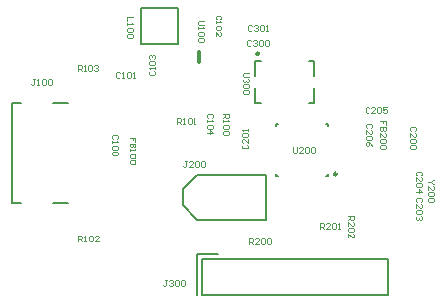
<source format=gbr>
%TF.GenerationSoftware,Altium Limited,Altium Designer,23.10.1 (27)*%
G04 Layer_Color=65535*
%FSLAX45Y45*%
%MOMM*%
%TF.SameCoordinates,EB818210-93EB-4193-A47C-AA10A5AE6B3E*%
%TF.FilePolarity,Positive*%
%TF.FileFunction,Legend,Top*%
%TF.Part,Single*%
G01*
G75*
%TA.AperFunction,NonConductor*%
%ADD38C,0.25400*%
%ADD39C,0.25000*%
%ADD40C,0.20000*%
%ADD41C,0.30000*%
%ADD42C,0.17500*%
%ADD43C,0.10000*%
D38*
X43747Y839664D02*
G03*
X43747Y839664I-11412J0D01*
G01*
D39*
X702501Y-180000D02*
G03*
X702501Y-180000I-12500J0D01*
G01*
D40*
X-482000Y-1200000D02*
Y-852807D01*
X-302000D01*
X-438278Y-1200000D02*
X1138000D01*
X-438278D02*
Y-900000D01*
X1138000D01*
Y-1200000D02*
Y-900000D01*
X-1700000Y425000D02*
X-1575000D01*
X-1700000Y-425000D02*
X-1575000D01*
X-2050000Y425000D02*
X-1975000D01*
X-2050000Y-425000D02*
Y425000D01*
Y-425000D02*
X-1975000D01*
X-953583Y917861D02*
X-643583D01*
Y1227861D01*
X-953583D02*
X-643583D01*
X-953583Y917861D02*
Y1227861D01*
X12336Y419664D02*
Y549664D01*
Y419664D02*
X62335D01*
X512336D02*
Y549664D01*
X462336Y419664D02*
X512336D01*
Y649664D02*
Y779664D01*
X462336D02*
X512336D01*
X12336Y649664D02*
Y779664D01*
X62335D01*
X625000Y-195000D02*
Y-179700D01*
X609700Y-195000D02*
X625000D01*
X185000D02*
X200300D01*
X185000D02*
Y-179700D01*
Y229700D02*
Y245000D01*
X200300D01*
X625000Y229700D02*
Y245000D01*
X609700D02*
X625000D01*
D41*
X-463385Y769951D02*
Y856592D01*
D42*
X-480000Y-565000D02*
X100000D01*
X-600000Y-445000D02*
X-480000Y-565000D01*
X-600000Y-445000D02*
Y-305000D01*
X-480000Y-185000D01*
X100000D01*
Y-565000D02*
Y-185000D01*
D43*
X-653132Y247417D02*
Y297401D01*
X-628140D01*
X-619810Y289071D01*
Y272409D01*
X-628140Y264078D01*
X-653132D01*
X-636471D02*
X-619810Y247417D01*
X-603148D02*
X-586487D01*
X-594818D01*
Y297401D01*
X-603148Y289071D01*
X-561495D02*
X-553165Y297401D01*
X-536503D01*
X-528173Y289071D01*
Y255748D01*
X-536503Y247417D01*
X-553165D01*
X-561495Y255748D01*
Y289071D01*
X-511512Y247417D02*
X-494850D01*
X-503181D01*
Y297401D01*
X-511512Y289071D01*
X-259220Y327807D02*
X-209237D01*
Y302815D01*
X-217567Y294485D01*
X-234228D01*
X-242559Y302815D01*
Y327807D01*
Y311146D02*
X-259220Y294485D01*
Y277824D02*
Y261163D01*
Y269493D01*
X-209237D01*
X-217567Y277824D01*
Y236170D02*
X-209237Y227840D01*
Y211179D01*
X-217567Y202848D01*
X-250890D01*
X-259220Y211179D01*
Y227840D01*
X-250890Y236170D01*
X-217567D01*
Y186187D02*
X-209237Y177856D01*
Y161195D01*
X-217567Y152864D01*
X-250890D01*
X-259220Y161195D01*
Y177856D01*
X-250890Y186187D01*
X-217567D01*
X1524992Y-233364D02*
X1516661D01*
X1500000Y-250025D01*
X1516661Y-266686D01*
X1524992D01*
X1500000Y-250025D02*
X1475008D01*
Y-316670D02*
Y-283347D01*
X1508331Y-316670D01*
X1516661D01*
X1524992Y-308339D01*
Y-291678D01*
X1516661Y-283347D01*
Y-333331D02*
X1524992Y-341661D01*
Y-358323D01*
X1516661Y-366653D01*
X1483339D01*
X1475008Y-358323D01*
Y-341661D01*
X1483339Y-333331D01*
X1516661D01*
Y-383314D02*
X1524992Y-391645D01*
Y-408306D01*
X1516661Y-416637D01*
X1483339D01*
X1475008Y-408306D01*
Y-391645D01*
X1483339Y-383314D01*
X1516661D01*
X-45361Y679137D02*
X-87014D01*
X-95345Y670806D01*
Y654145D01*
X-87014Y645814D01*
X-45361D01*
X-53692Y629153D02*
X-45361Y620822D01*
Y604161D01*
X-53692Y595831D01*
X-62022D01*
X-70353Y604161D01*
Y612492D01*
Y604161D01*
X-78684Y595831D01*
X-87014D01*
X-95345Y604161D01*
Y620822D01*
X-87014Y629153D01*
X-53692Y579170D02*
X-45361Y570839D01*
Y554178D01*
X-53692Y545847D01*
X-87014D01*
X-95345Y554178D01*
Y570839D01*
X-87014Y579170D01*
X-53692D01*
Y529186D02*
X-45361Y520855D01*
Y504194D01*
X-53692Y495863D01*
X-87014D01*
X-95345Y504194D01*
Y520855D01*
X-87014Y529186D01*
X-53692D01*
X333363Y49992D02*
Y8339D01*
X341694Y8D01*
X358355D01*
X366686Y8339D01*
Y49992D01*
X416669Y8D02*
X383347D01*
X416669Y33331D01*
Y41661D01*
X408339Y49992D01*
X391678D01*
X383347Y41661D01*
X433331D02*
X441661Y49992D01*
X458322D01*
X466653Y41661D01*
Y8339D01*
X458322Y8D01*
X441661D01*
X433331Y8339D01*
Y41661D01*
X483314D02*
X491645Y49992D01*
X508306D01*
X516637Y41661D01*
Y8339D01*
X508306Y8D01*
X491645D01*
X483314Y8339D01*
Y41661D01*
X-423671Y1113723D02*
X-465324D01*
X-473655Y1105392D01*
Y1088731D01*
X-465324Y1080400D01*
X-423671D01*
X-473655Y1063739D02*
Y1047078D01*
Y1055409D01*
X-423671D01*
X-432002Y1063739D01*
Y1022086D02*
X-423671Y1013755D01*
Y997094D01*
X-432002Y988764D01*
X-465324D01*
X-473655Y997094D01*
Y1013755D01*
X-465324Y1022086D01*
X-432002D01*
Y972102D02*
X-423671Y963772D01*
Y947111D01*
X-432002Y938780D01*
X-465324D01*
X-473655Y947111D01*
Y963772D01*
X-465324Y972102D01*
X-432002D01*
X800008Y-533364D02*
X849992D01*
Y-558355D01*
X841662Y-566686D01*
X825000D01*
X816669Y-558355D01*
Y-533364D01*
Y-550025D02*
X800008Y-566686D01*
Y-616670D02*
Y-583347D01*
X833331Y-616670D01*
X841662D01*
X849992Y-608339D01*
Y-591678D01*
X841662Y-583347D01*
Y-633331D02*
X849992Y-641662D01*
Y-658323D01*
X841662Y-666653D01*
X808339D01*
X800008Y-658323D01*
Y-641662D01*
X808339Y-633331D01*
X841662D01*
X800008Y-716637D02*
Y-683315D01*
X833331Y-716637D01*
X841662D01*
X849992Y-708306D01*
Y-691645D01*
X841662Y-683315D01*
X560052Y-643350D02*
Y-593366D01*
X585044D01*
X593375Y-601697D01*
Y-618358D01*
X585044Y-626689D01*
X560052D01*
X576713D02*
X593375Y-643350D01*
X643358D02*
X610036D01*
X643358Y-610027D01*
Y-601697D01*
X635028Y-593366D01*
X618367D01*
X610036Y-601697D01*
X660020D02*
X668350Y-593366D01*
X685011D01*
X693342Y-601697D01*
Y-635019D01*
X685011Y-643350D01*
X668350D01*
X660020Y-635019D01*
Y-601697D01*
X710003Y-643350D02*
X726664D01*
X718334D01*
Y-593366D01*
X710003Y-601697D01*
X-41637Y-774992D02*
Y-725008D01*
X-16645D01*
X-8314Y-733339D01*
Y-750000D01*
X-16645Y-758331D01*
X-41637D01*
X-24976D02*
X-8314Y-774992D01*
X41669D02*
X8347D01*
X41669Y-741669D01*
Y-733339D01*
X33339Y-725008D01*
X16678D01*
X8347Y-733339D01*
X58331D02*
X66661Y-725008D01*
X83322D01*
X91653Y-733339D01*
Y-766661D01*
X83322Y-774992D01*
X66661D01*
X58331Y-766661D01*
Y-733339D01*
X108314D02*
X116645Y-725008D01*
X133306D01*
X141637Y-733339D01*
Y-766661D01*
X133306Y-774992D01*
X116645D01*
X108314Y-766661D01*
Y-733339D01*
X-1492372Y689981D02*
Y739964D01*
X-1467381D01*
X-1459050Y731634D01*
Y714972D01*
X-1467381Y706642D01*
X-1492372D01*
X-1475711D02*
X-1459050Y689981D01*
X-1442389D02*
X-1425728D01*
X-1434058D01*
Y739964D01*
X-1442389Y731634D01*
X-1400736D02*
X-1392405Y739964D01*
X-1375744D01*
X-1367413Y731634D01*
Y698311D01*
X-1375744Y689981D01*
X-1392405D01*
X-1400736Y698311D01*
Y731634D01*
X-1350752D02*
X-1342421Y739964D01*
X-1325760D01*
X-1317429Y731634D01*
Y723303D01*
X-1325760Y714972D01*
X-1334091D01*
X-1325760D01*
X-1317429Y706642D01*
Y698311D01*
X-1325760Y689981D01*
X-1342421D01*
X-1350752Y698311D01*
X-1487471Y-749992D02*
Y-700008D01*
X-1462480D01*
X-1454149Y-708339D01*
Y-725000D01*
X-1462480Y-733331D01*
X-1487471D01*
X-1470810D02*
X-1454149Y-749992D01*
X-1437488D02*
X-1420827D01*
X-1429157D01*
Y-700008D01*
X-1437488Y-708339D01*
X-1395835D02*
X-1387504Y-700008D01*
X-1370843D01*
X-1362512Y-708339D01*
Y-741661D01*
X-1370843Y-749992D01*
X-1387504D01*
X-1395835Y-741661D01*
Y-708339D01*
X-1312528Y-749992D02*
X-1345851D01*
X-1312528Y-716669D01*
Y-708339D01*
X-1320859Y-700008D01*
X-1337520D01*
X-1345851Y-708339D01*
X-1022857Y1146231D02*
X-1072841D01*
Y1112909D01*
Y1096247D02*
Y1079586D01*
Y1087917D01*
X-1022857D01*
X-1031188Y1096247D01*
Y1054594D02*
X-1022857Y1046264D01*
Y1029602D01*
X-1031188Y1021272D01*
X-1064510D01*
X-1072841Y1029602D01*
Y1046264D01*
X-1064510Y1054594D01*
X-1031188D01*
Y1004611D02*
X-1022857Y996280D01*
Y979619D01*
X-1031188Y971288D01*
X-1064510D01*
X-1072841Y979619D01*
Y996280D01*
X-1064510Y1004611D01*
X-1031188D01*
X-733314Y-1075008D02*
X-749975D01*
X-741645D01*
Y-1116661D01*
X-749975Y-1124992D01*
X-758306D01*
X-766637Y-1116661D01*
X-716653Y-1083338D02*
X-708322Y-1075008D01*
X-691661D01*
X-683330Y-1083338D01*
Y-1091669D01*
X-691661Y-1100000D01*
X-699992D01*
X-691661D01*
X-683330Y-1108331D01*
Y-1116661D01*
X-691661Y-1124992D01*
X-708322D01*
X-716653Y-1116661D01*
X-666669Y-1083338D02*
X-658339Y-1075008D01*
X-641677D01*
X-633347Y-1083338D01*
Y-1116661D01*
X-641677Y-1124992D01*
X-658339D01*
X-666669Y-1116661D01*
Y-1083338D01*
X-616686D02*
X-608355Y-1075008D01*
X-591694D01*
X-583363Y-1083338D01*
Y-1116661D01*
X-591694Y-1124992D01*
X-608355D01*
X-616686Y-1116661D01*
Y-1083338D01*
X-565378Y-66496D02*
X-582039D01*
X-573708D01*
Y-108149D01*
X-582039Y-116480D01*
X-590369D01*
X-598700Y-108149D01*
X-515394Y-116480D02*
X-548716D01*
X-515394Y-83158D01*
Y-74827D01*
X-523725Y-66496D01*
X-540386D01*
X-548716Y-74827D01*
X-498733D02*
X-490402Y-66496D01*
X-473741D01*
X-465410Y-74827D01*
Y-108149D01*
X-473741Y-116480D01*
X-490402D01*
X-498733Y-108149D01*
Y-74827D01*
X-448749D02*
X-440418Y-66496D01*
X-423757D01*
X-415427Y-74827D01*
Y-108149D01*
X-423757Y-116480D01*
X-440418D01*
X-448749Y-108149D01*
Y-74827D01*
X-1854149Y624992D02*
X-1870810D01*
X-1862480D01*
Y583339D01*
X-1870810Y575008D01*
X-1879141D01*
X-1887471Y583339D01*
X-1837488Y575008D02*
X-1820827D01*
X-1829157D01*
Y624992D01*
X-1837488Y616661D01*
X-1795835D02*
X-1787504Y624992D01*
X-1770843D01*
X-1762512Y616661D01*
Y583339D01*
X-1770843Y575008D01*
X-1787504D01*
X-1795835Y583339D01*
Y616661D01*
X-1745851D02*
X-1737520Y624992D01*
X-1720859D01*
X-1712528Y616661D01*
Y583339D01*
X-1720859Y575008D01*
X-1737520D01*
X-1745851Y583339D01*
Y616661D01*
X1116177Y233726D02*
Y267048D01*
X1091185D01*
Y250387D01*
Y267048D01*
X1066193D01*
X1116177Y217065D02*
X1066193D01*
Y192073D01*
X1074524Y183742D01*
X1082854D01*
X1091185Y192073D01*
Y217065D01*
Y192073D01*
X1099516Y183742D01*
X1107846D01*
X1116177Y192073D01*
Y217065D01*
X1066193Y133759D02*
Y167081D01*
X1099516Y133759D01*
X1107846D01*
X1116177Y142089D01*
Y158751D01*
X1107846Y167081D01*
Y117098D02*
X1116177Y108767D01*
Y92106D01*
X1107846Y83775D01*
X1074524D01*
X1066193Y92106D01*
Y108767D01*
X1074524Y117098D01*
X1107846D01*
Y67114D02*
X1116177Y58783D01*
Y42122D01*
X1107846Y33791D01*
X1074524D01*
X1066193Y42122D01*
Y58783D01*
X1074524Y67114D01*
X1107846D01*
X-1002651Y95455D02*
Y128777D01*
X-1027643D01*
Y112116D01*
Y128777D01*
X-1052635D01*
X-1002651Y78794D02*
X-1052635D01*
Y53802D01*
X-1044304Y45471D01*
X-1035974D01*
X-1027643Y53802D01*
Y78794D01*
Y53802D01*
X-1019312Y45471D01*
X-1010981D01*
X-1002651Y53802D01*
Y78794D01*
X-1052635Y28810D02*
Y12149D01*
Y20479D01*
X-1002651D01*
X-1010981Y28810D01*
Y-12843D02*
X-1002651Y-21174D01*
Y-37835D01*
X-1010981Y-46166D01*
X-1044304D01*
X-1052635Y-37835D01*
Y-21174D01*
X-1044304Y-12843D01*
X-1010981D01*
Y-62827D02*
X-1002651Y-71158D01*
Y-87819D01*
X-1010981Y-96149D01*
X-1044304D01*
X-1052635Y-87819D01*
Y-71158D01*
X-1044304Y-62827D01*
X-1010981D01*
X-16617Y1071462D02*
X-24948Y1079792D01*
X-41609D01*
X-49940Y1071462D01*
Y1038139D01*
X-41609Y1029809D01*
X-24948D01*
X-16617Y1038139D01*
X44Y1071462D02*
X8374Y1079792D01*
X25036D01*
X33366Y1071462D01*
Y1063131D01*
X25036Y1054801D01*
X16705D01*
X25036D01*
X33366Y1046470D01*
Y1038139D01*
X25036Y1029809D01*
X8374D01*
X44Y1038139D01*
X50027Y1071462D02*
X58358Y1079792D01*
X75019D01*
X83350Y1071462D01*
Y1038139D01*
X75019Y1029809D01*
X58358D01*
X50027Y1038139D01*
Y1071462D01*
X100011Y1029809D02*
X116672D01*
X108342D01*
Y1079792D01*
X100011Y1071462D01*
X-24948Y946462D02*
X-33279Y954792D01*
X-49940D01*
X-58271Y946462D01*
Y913139D01*
X-49940Y904809D01*
X-33279D01*
X-24948Y913139D01*
X-8287Y946462D02*
X44Y954792D01*
X16705D01*
X25036Y946462D01*
Y938131D01*
X16705Y929801D01*
X8374D01*
X16705D01*
X25036Y921470D01*
Y913139D01*
X16705Y904809D01*
X44D01*
X-8287Y913139D01*
X41697Y946462D02*
X50027Y954792D01*
X66688D01*
X75019Y946462D01*
Y913139D01*
X66688Y904809D01*
X50027D01*
X41697Y913139D01*
Y946462D01*
X91680D02*
X100011Y954792D01*
X116672D01*
X125003Y946462D01*
Y913139D01*
X116672Y904809D01*
X100011D01*
X91680Y913139D01*
Y946462D01*
X991661Y208314D02*
X999992Y216645D01*
Y233306D01*
X991661Y241637D01*
X958339D01*
X950008Y233306D01*
Y216645D01*
X958339Y208314D01*
X950008Y158330D02*
Y191653D01*
X983331Y158330D01*
X991661D01*
X999992Y166661D01*
Y183322D01*
X991661Y191653D01*
Y141669D02*
X999992Y133339D01*
Y116677D01*
X991661Y108347D01*
X958339D01*
X950008Y116677D01*
Y133339D01*
X958339Y141669D01*
X991661D01*
X999992Y58363D02*
X991661Y75024D01*
X975000Y91686D01*
X958339D01*
X950008Y83355D01*
Y66694D01*
X958339Y58363D01*
X966669D01*
X975000Y66694D01*
Y91686D01*
X978411Y378699D02*
X970080Y387030D01*
X953419D01*
X945088Y378699D01*
Y345377D01*
X953419Y337046D01*
X970080D01*
X978411Y345377D01*
X1028394Y337046D02*
X995072D01*
X1028394Y370369D01*
Y378699D01*
X1020064Y387030D01*
X1003403D01*
X995072Y378699D01*
X1045056D02*
X1053386Y387030D01*
X1070047D01*
X1078378Y378699D01*
Y345377D01*
X1070047Y337046D01*
X1053386D01*
X1045056Y345377D01*
Y378699D01*
X1128362Y387030D02*
X1095039D01*
Y362038D01*
X1111700Y370369D01*
X1120031D01*
X1128362Y362038D01*
Y345377D01*
X1120031Y337046D01*
X1103370D01*
X1095039Y345377D01*
X1416662Y-191686D02*
X1424992Y-183355D01*
Y-166694D01*
X1416662Y-158364D01*
X1383339D01*
X1375008Y-166694D01*
Y-183355D01*
X1383339Y-191686D01*
X1375008Y-241670D02*
Y-208347D01*
X1408331Y-241670D01*
X1416662D01*
X1424992Y-233339D01*
Y-216678D01*
X1416662Y-208347D01*
Y-258331D02*
X1424992Y-266662D01*
Y-283323D01*
X1416662Y-291653D01*
X1383339D01*
X1375008Y-283323D01*
Y-266662D01*
X1383339Y-258331D01*
X1416662D01*
X1375008Y-333306D02*
X1424992D01*
X1400000Y-308315D01*
Y-341637D01*
X1416662Y-416686D02*
X1424992Y-408356D01*
Y-391694D01*
X1416662Y-383364D01*
X1383339D01*
X1375008Y-391694D01*
Y-408356D01*
X1383339Y-416686D01*
X1375008Y-466670D02*
Y-433347D01*
X1408331Y-466670D01*
X1416662D01*
X1424992Y-458339D01*
Y-441678D01*
X1416662Y-433347D01*
Y-483331D02*
X1424992Y-491662D01*
Y-508323D01*
X1416662Y-516654D01*
X1383339D01*
X1375008Y-508323D01*
Y-491662D01*
X1383339Y-483331D01*
X1416662D01*
Y-533315D02*
X1424992Y-541645D01*
Y-558306D01*
X1416662Y-566637D01*
X1408331D01*
X1400000Y-558306D01*
Y-549976D01*
Y-558306D01*
X1391670Y-566637D01*
X1383339D01*
X1375008Y-558306D01*
Y-541645D01*
X1383339Y-533315D01*
X-95656Y70163D02*
X-103987Y61832D01*
Y45171D01*
X-95656Y36840D01*
X-62334D01*
X-54003Y45171D01*
Y61832D01*
X-62334Y70163D01*
X-54003Y120146D02*
Y86824D01*
X-87326Y120146D01*
X-95656D01*
X-103987Y111816D01*
Y95154D01*
X-95656Y86824D01*
Y136807D02*
X-103987Y145138D01*
Y161799D01*
X-95656Y170130D01*
X-62334D01*
X-54003Y161799D01*
Y145138D01*
X-62334Y136807D01*
X-95656D01*
X-54003Y186791D02*
Y203452D01*
Y195122D01*
X-103987D01*
X-95656Y186791D01*
X1366661Y183314D02*
X1374992Y191645D01*
Y208306D01*
X1366661Y216637D01*
X1333339D01*
X1325008Y208306D01*
Y191645D01*
X1333339Y183314D01*
X1325008Y133330D02*
Y166653D01*
X1358331Y133330D01*
X1366661D01*
X1374992Y141661D01*
Y158322D01*
X1366661Y166653D01*
Y116669D02*
X1374992Y108339D01*
Y91677D01*
X1366661Y83347D01*
X1333339D01*
X1325008Y91677D01*
Y108339D01*
X1333339Y116669D01*
X1366661D01*
Y66686D02*
X1374992Y58355D01*
Y41694D01*
X1366661Y33363D01*
X1333339D01*
X1325008Y41694D01*
Y58355D01*
X1333339Y66686D01*
X1366661D01*
X-358347Y297698D02*
X-350017Y306029D01*
Y322690D01*
X-358347Y331021D01*
X-391670D01*
X-400000Y322690D01*
Y306029D01*
X-391670Y297698D01*
X-400000Y281037D02*
Y264376D01*
Y272707D01*
X-350017D01*
X-358347Y281037D01*
Y239384D02*
X-350017Y231053D01*
Y214392D01*
X-358347Y206062D01*
X-391670D01*
X-400000Y214392D01*
Y231053D01*
X-391670Y239384D01*
X-358347D01*
X-400000Y164409D02*
X-350017D01*
X-375009Y189400D01*
Y156078D01*
X-878917Y689517D02*
X-887248Y681186D01*
Y664525D01*
X-878917Y656194D01*
X-845595D01*
X-837264Y664525D01*
Y681186D01*
X-845595Y689517D01*
X-837264Y706178D02*
Y722839D01*
Y714509D01*
X-887248D01*
X-878917Y706178D01*
Y747831D02*
X-887248Y756162D01*
Y772823D01*
X-878917Y781154D01*
X-845595D01*
X-837264Y772823D01*
Y756162D01*
X-845595Y747831D01*
X-878917D01*
Y797815D02*
X-887248Y806145D01*
Y822807D01*
X-878917Y831137D01*
X-870587D01*
X-862256Y822807D01*
Y814476D01*
Y822807D01*
X-853925Y831137D01*
X-845595D01*
X-837264Y822807D01*
Y806145D01*
X-845595Y797815D01*
X-283339Y1129149D02*
X-275008Y1137480D01*
Y1154141D01*
X-283339Y1162471D01*
X-316661D01*
X-324992Y1154141D01*
Y1137480D01*
X-316661Y1129149D01*
X-324992Y1112488D02*
Y1095827D01*
Y1104157D01*
X-275008D01*
X-283339Y1112488D01*
Y1070835D02*
X-275008Y1062504D01*
Y1045843D01*
X-283339Y1037512D01*
X-316661D01*
X-324992Y1045843D01*
Y1062504D01*
X-316661Y1070835D01*
X-283339D01*
X-324992Y987528D02*
Y1020851D01*
X-291669Y987528D01*
X-283339D01*
X-275008Y995859D01*
Y1012520D01*
X-283339Y1020851D01*
X-1132153Y673594D02*
X-1140484Y681924D01*
X-1157145D01*
X-1165475Y673594D01*
Y640271D01*
X-1157145Y631941D01*
X-1140484D01*
X-1132153Y640271D01*
X-1115492Y631941D02*
X-1098831D01*
X-1107161D01*
Y681924D01*
X-1115492Y673594D01*
X-1073839D02*
X-1065508Y681924D01*
X-1048847D01*
X-1040516Y673594D01*
Y640271D01*
X-1048847Y631941D01*
X-1065508D01*
X-1073839Y640271D01*
Y673594D01*
X-1023855Y631941D02*
X-1007194D01*
X-1015524D01*
Y681924D01*
X-1023855Y673594D01*
X-1158910Y119408D02*
X-1150580Y127738D01*
Y144400D01*
X-1158910Y152730D01*
X-1192233D01*
X-1200563Y144400D01*
Y127738D01*
X-1192233Y119408D01*
X-1200563Y102747D02*
Y86085D01*
Y94416D01*
X-1150580D01*
X-1158910Y102747D01*
Y61093D02*
X-1150580Y52763D01*
Y36102D01*
X-1158910Y27771D01*
X-1192233D01*
X-1200563Y36102D01*
Y52763D01*
X-1192233Y61093D01*
X-1158910D01*
Y11110D02*
X-1150580Y2779D01*
Y-13882D01*
X-1158910Y-22213D01*
X-1192233D01*
X-1200563Y-13882D01*
Y2779D01*
X-1192233Y11110D01*
X-1158910D01*
%TF.MD5,298d20827d66a725744ec86ab2abb637*%
M02*

</source>
